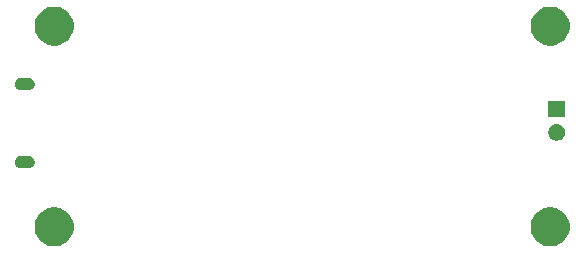
<source format=gbr>
G04 #@! TF.GenerationSoftware,KiCad,Pcbnew,5.1.4+dfsg1-1*
G04 #@! TF.CreationDate,2020-01-04T00:08:43+00:00*
G04 #@! TF.ProjectId,LithiumBatteryEmulator,4c697468-6975-46d4-9261-747465727945,rev?*
G04 #@! TF.SameCoordinates,Original*
G04 #@! TF.FileFunction,Soldermask,Bot*
G04 #@! TF.FilePolarity,Negative*
%FSLAX46Y46*%
G04 Gerber Fmt 4.6, Leading zero omitted, Abs format (unit mm)*
G04 Created by KiCad (PCBNEW 5.1.4+dfsg1-1) date 2020-01-04 00:08:43*
%MOMM*%
%LPD*%
G04 APERTURE LIST*
%ADD10C,0.100000*%
G04 APERTURE END LIST*
D10*
G36*
X126375256Y-89391298D02*
G01*
X126481579Y-89412447D01*
X126782042Y-89536903D01*
X127052451Y-89717585D01*
X127282415Y-89947549D01*
X127463097Y-90217958D01*
X127587553Y-90518421D01*
X127651000Y-90837391D01*
X127651000Y-91162609D01*
X127587553Y-91481579D01*
X127463097Y-91782042D01*
X127282415Y-92052451D01*
X127052451Y-92282415D01*
X126782042Y-92463097D01*
X126481579Y-92587553D01*
X126375256Y-92608702D01*
X126162611Y-92651000D01*
X125837389Y-92651000D01*
X125624744Y-92608702D01*
X125518421Y-92587553D01*
X125217958Y-92463097D01*
X124947549Y-92282415D01*
X124717585Y-92052451D01*
X124536903Y-91782042D01*
X124412447Y-91481579D01*
X124349000Y-91162609D01*
X124349000Y-90837391D01*
X124412447Y-90518421D01*
X124536903Y-90217958D01*
X124717585Y-89947549D01*
X124947549Y-89717585D01*
X125217958Y-89536903D01*
X125518421Y-89412447D01*
X125624744Y-89391298D01*
X125837389Y-89349000D01*
X126162611Y-89349000D01*
X126375256Y-89391298D01*
X126375256Y-89391298D01*
G37*
G36*
X84375256Y-89391298D02*
G01*
X84481579Y-89412447D01*
X84782042Y-89536903D01*
X85052451Y-89717585D01*
X85282415Y-89947549D01*
X85463097Y-90217958D01*
X85587553Y-90518421D01*
X85651000Y-90837391D01*
X85651000Y-91162609D01*
X85587553Y-91481579D01*
X85463097Y-91782042D01*
X85282415Y-92052451D01*
X85052451Y-92282415D01*
X84782042Y-92463097D01*
X84481579Y-92587553D01*
X84375256Y-92608702D01*
X84162611Y-92651000D01*
X83837389Y-92651000D01*
X83624744Y-92608702D01*
X83518421Y-92587553D01*
X83217958Y-92463097D01*
X82947549Y-92282415D01*
X82717585Y-92052451D01*
X82536903Y-91782042D01*
X82412447Y-91481579D01*
X82349000Y-91162609D01*
X82349000Y-90837391D01*
X82412447Y-90518421D01*
X82536903Y-90217958D01*
X82717585Y-89947549D01*
X82947549Y-89717585D01*
X83217958Y-89536903D01*
X83518421Y-89412447D01*
X83624744Y-89391298D01*
X83837389Y-89349000D01*
X84162611Y-89349000D01*
X84375256Y-89391298D01*
X84375256Y-89391298D01*
G37*
G36*
X81948213Y-85006249D02*
G01*
X82042652Y-85034897D01*
X82129687Y-85081418D01*
X82205975Y-85144025D01*
X82268582Y-85220313D01*
X82315103Y-85307348D01*
X82343751Y-85401787D01*
X82353424Y-85500000D01*
X82343751Y-85598213D01*
X82315103Y-85692652D01*
X82268582Y-85779687D01*
X82205975Y-85855975D01*
X82129687Y-85918582D01*
X82042652Y-85965103D01*
X81948213Y-85993751D01*
X81874612Y-86001000D01*
X81125388Y-86001000D01*
X81051787Y-85993751D01*
X80957348Y-85965103D01*
X80870313Y-85918582D01*
X80794025Y-85855975D01*
X80731418Y-85779687D01*
X80684897Y-85692652D01*
X80656249Y-85598213D01*
X80646576Y-85500000D01*
X80656249Y-85401787D01*
X80684897Y-85307348D01*
X80731418Y-85220313D01*
X80794025Y-85144025D01*
X80870313Y-85081418D01*
X80957348Y-85034897D01*
X81051787Y-85006249D01*
X81125388Y-84999000D01*
X81874612Y-84999000D01*
X81948213Y-85006249D01*
X81948213Y-85006249D01*
G37*
G36*
X126686558Y-82313480D02*
G01*
X126754174Y-82326929D01*
X126806939Y-82348785D01*
X126881559Y-82379694D01*
X126996204Y-82456297D01*
X127093703Y-82553796D01*
X127170306Y-82668441D01*
X127223071Y-82795827D01*
X127249970Y-82931058D01*
X127249970Y-83068942D01*
X127223071Y-83204173D01*
X127170306Y-83331559D01*
X127093703Y-83446204D01*
X126996204Y-83543703D01*
X126881559Y-83620306D01*
X126806939Y-83651215D01*
X126754174Y-83673071D01*
X126686557Y-83686521D01*
X126618942Y-83699970D01*
X126481058Y-83699970D01*
X126413443Y-83686521D01*
X126345826Y-83673071D01*
X126293061Y-83651215D01*
X126218441Y-83620306D01*
X126103796Y-83543703D01*
X126006297Y-83446204D01*
X125929694Y-83331559D01*
X125876929Y-83204173D01*
X125850030Y-83068942D01*
X125850030Y-82931058D01*
X125876929Y-82795827D01*
X125929694Y-82668441D01*
X126006297Y-82553796D01*
X126103796Y-82456297D01*
X126218441Y-82379694D01*
X126293061Y-82348785D01*
X126345826Y-82326929D01*
X126413442Y-82313480D01*
X126481058Y-82300030D01*
X126618942Y-82300030D01*
X126686558Y-82313480D01*
X126686558Y-82313480D01*
G37*
G36*
X127249970Y-81699970D02*
G01*
X125850030Y-81699970D01*
X125850030Y-80300030D01*
X127249970Y-80300030D01*
X127249970Y-81699970D01*
X127249970Y-81699970D01*
G37*
G36*
X81948213Y-78406249D02*
G01*
X82042652Y-78434897D01*
X82129687Y-78481418D01*
X82205975Y-78544025D01*
X82268582Y-78620313D01*
X82315103Y-78707348D01*
X82343751Y-78801787D01*
X82353424Y-78900000D01*
X82343751Y-78998213D01*
X82315103Y-79092652D01*
X82268582Y-79179687D01*
X82205975Y-79255975D01*
X82129687Y-79318582D01*
X82042652Y-79365103D01*
X81948213Y-79393751D01*
X81874612Y-79401000D01*
X81125388Y-79401000D01*
X81051787Y-79393751D01*
X80957348Y-79365103D01*
X80870313Y-79318582D01*
X80794025Y-79255975D01*
X80731418Y-79179687D01*
X80684897Y-79092652D01*
X80656249Y-78998213D01*
X80646576Y-78900000D01*
X80656249Y-78801787D01*
X80684897Y-78707348D01*
X80731418Y-78620313D01*
X80794025Y-78544025D01*
X80870313Y-78481418D01*
X80957348Y-78434897D01*
X81051787Y-78406249D01*
X81125388Y-78399000D01*
X81874612Y-78399000D01*
X81948213Y-78406249D01*
X81948213Y-78406249D01*
G37*
G36*
X126375256Y-72391298D02*
G01*
X126481579Y-72412447D01*
X126782042Y-72536903D01*
X127052451Y-72717585D01*
X127282415Y-72947549D01*
X127463097Y-73217958D01*
X127587553Y-73518421D01*
X127651000Y-73837391D01*
X127651000Y-74162609D01*
X127587553Y-74481579D01*
X127463097Y-74782042D01*
X127282415Y-75052451D01*
X127052451Y-75282415D01*
X126782042Y-75463097D01*
X126481579Y-75587553D01*
X126375256Y-75608702D01*
X126162611Y-75651000D01*
X125837389Y-75651000D01*
X125624744Y-75608702D01*
X125518421Y-75587553D01*
X125217958Y-75463097D01*
X124947549Y-75282415D01*
X124717585Y-75052451D01*
X124536903Y-74782042D01*
X124412447Y-74481579D01*
X124349000Y-74162609D01*
X124349000Y-73837391D01*
X124412447Y-73518421D01*
X124536903Y-73217958D01*
X124717585Y-72947549D01*
X124947549Y-72717585D01*
X125217958Y-72536903D01*
X125518421Y-72412447D01*
X125624744Y-72391298D01*
X125837389Y-72349000D01*
X126162611Y-72349000D01*
X126375256Y-72391298D01*
X126375256Y-72391298D01*
G37*
G36*
X84375256Y-72391298D02*
G01*
X84481579Y-72412447D01*
X84782042Y-72536903D01*
X85052451Y-72717585D01*
X85282415Y-72947549D01*
X85463097Y-73217958D01*
X85587553Y-73518421D01*
X85651000Y-73837391D01*
X85651000Y-74162609D01*
X85587553Y-74481579D01*
X85463097Y-74782042D01*
X85282415Y-75052451D01*
X85052451Y-75282415D01*
X84782042Y-75463097D01*
X84481579Y-75587553D01*
X84375256Y-75608702D01*
X84162611Y-75651000D01*
X83837389Y-75651000D01*
X83624744Y-75608702D01*
X83518421Y-75587553D01*
X83217958Y-75463097D01*
X82947549Y-75282415D01*
X82717585Y-75052451D01*
X82536903Y-74782042D01*
X82412447Y-74481579D01*
X82349000Y-74162609D01*
X82349000Y-73837391D01*
X82412447Y-73518421D01*
X82536903Y-73217958D01*
X82717585Y-72947549D01*
X82947549Y-72717585D01*
X83217958Y-72536903D01*
X83518421Y-72412447D01*
X83624744Y-72391298D01*
X83837389Y-72349000D01*
X84162611Y-72349000D01*
X84375256Y-72391298D01*
X84375256Y-72391298D01*
G37*
M02*

</source>
